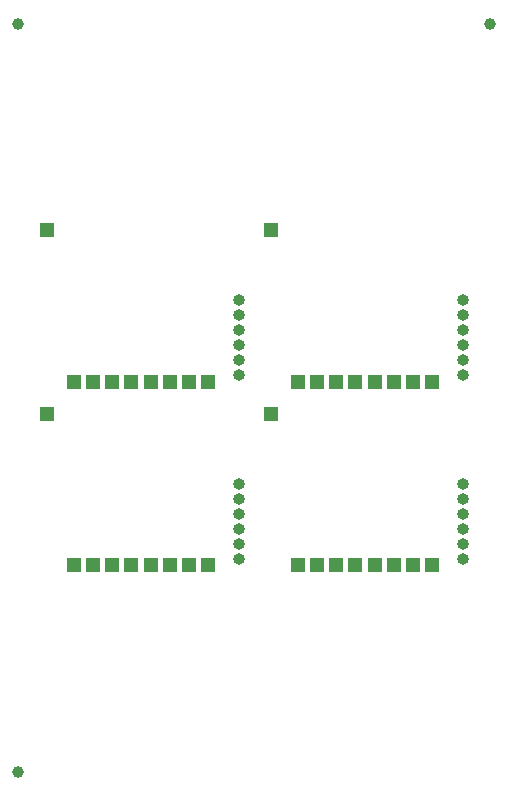
<source format=gbs>
G04 #@! TF.GenerationSoftware,KiCad,Pcbnew,7.0.2-6a45011f42~172~ubuntu22.04.1*
G04 #@! TF.CreationDate,2023-06-12T10:15:53+08:00*
G04 #@! TF.ProjectId,panel_2_2,70616e65-6c5f-4325-9f32-2e6b69636164,rev?*
G04 #@! TF.SameCoordinates,Original*
G04 #@! TF.FileFunction,Soldermask,Bot*
G04 #@! TF.FilePolarity,Negative*
%FSLAX46Y46*%
G04 Gerber Fmt 4.6, Leading zero omitted, Abs format (unit mm)*
G04 Created by KiCad (PCBNEW 7.0.2-6a45011f42~172~ubuntu22.04.1) date 2023-06-12 10:15:53*
%MOMM*%
%LPD*%
G01*
G04 APERTURE LIST*
%ADD10O,1.000000X1.000000*%
%ADD11R,1.200000X1.200000*%
%ADD12C,1.000000*%
G04 APERTURE END LIST*
D10*
G04 #@! TO.C,J8*
X52644248Y-42218121D03*
X52644248Y-43488121D03*
X52644248Y-44758121D03*
X52644248Y-46028121D03*
X52644248Y-47298121D03*
X52644248Y-48568121D03*
G04 #@! TD*
D11*
G04 #@! TO.C,J2*
X43570000Y-49150000D03*
G04 #@! TD*
G04 #@! TO.C,J1*
X17440000Y-20760000D03*
G04 #@! TD*
G04 #@! TO.C,J7*
X19717500Y-33590000D03*
G04 #@! TD*
G04 #@! TO.C,J6*
X21350000Y-49150000D03*
G04 #@! TD*
G04 #@! TO.C,J3*
X26227500Y-49150000D03*
G04 #@! TD*
D10*
G04 #@! TO.C,J8*
X33674248Y-26658121D03*
X33674248Y-27928121D03*
X33674248Y-29198121D03*
X33674248Y-30468121D03*
X33674248Y-31738121D03*
X33674248Y-33008121D03*
G04 #@! TD*
D11*
G04 #@! TO.C,J5*
X48452500Y-33590000D03*
G04 #@! TD*
G04 #@! TO.C,J7*
X19717500Y-49150000D03*
G04 #@! TD*
G04 #@! TO.C,J10*
X50080000Y-33590000D03*
G04 #@! TD*
G04 #@! TO.C,J1*
X17440000Y-36320000D03*
G04 #@! TD*
D10*
G04 #@! TO.C,J8*
X33674248Y-42218121D03*
X33674248Y-43488121D03*
X33674248Y-44758121D03*
X33674248Y-46028121D03*
X33674248Y-47298121D03*
X33674248Y-48568121D03*
G04 #@! TD*
D11*
G04 #@! TO.C,J10*
X50080000Y-49150000D03*
G04 #@! TD*
G04 #@! TO.C,J4*
X27855000Y-33590000D03*
G04 #@! TD*
G04 #@! TO.C,J2*
X24600000Y-33590000D03*
G04 #@! TD*
G04 #@! TO.C,J4*
X46825000Y-49150000D03*
G04 #@! TD*
G04 #@! TO.C,J1*
X36410000Y-36320000D03*
G04 #@! TD*
G04 #@! TO.C,J7*
X38687500Y-33590000D03*
G04 #@! TD*
G04 #@! TO.C,J3*
X26227500Y-33590000D03*
G04 #@! TD*
G04 #@! TO.C,J9*
X41942500Y-33590000D03*
G04 #@! TD*
G04 #@! TO.C,J9*
X41942500Y-49150000D03*
G04 #@! TD*
G04 #@! TO.C,J5*
X48452500Y-49150000D03*
G04 #@! TD*
G04 #@! TO.C,J2*
X24600000Y-49150000D03*
G04 #@! TD*
G04 #@! TO.C,J10*
X31110000Y-33590000D03*
G04 #@! TD*
G04 #@! TO.C,J6*
X40320000Y-33590000D03*
G04 #@! TD*
G04 #@! TO.C,J2*
X43570000Y-33590000D03*
G04 #@! TD*
G04 #@! TO.C,J1*
X36410000Y-20760000D03*
G04 #@! TD*
G04 #@! TO.C,J9*
X22972500Y-33590000D03*
G04 #@! TD*
G04 #@! TO.C,J5*
X29482500Y-33590000D03*
G04 #@! TD*
D10*
G04 #@! TO.C,J8*
X52644248Y-26658121D03*
X52644248Y-27928121D03*
X52644248Y-29198121D03*
X52644248Y-30468121D03*
X52644248Y-31738121D03*
X52644248Y-33008121D03*
G04 #@! TD*
D11*
G04 #@! TO.C,J9*
X22972500Y-49150000D03*
G04 #@! TD*
G04 #@! TO.C,J6*
X21350000Y-33590000D03*
G04 #@! TD*
G04 #@! TO.C,J4*
X46825000Y-33590000D03*
G04 #@! TD*
G04 #@! TO.C,J3*
X45197500Y-33590000D03*
G04 #@! TD*
G04 #@! TO.C,J4*
X27855000Y-49150000D03*
G04 #@! TD*
G04 #@! TO.C,J10*
X31110000Y-49150000D03*
G04 #@! TD*
G04 #@! TO.C,J6*
X40320000Y-49150000D03*
G04 #@! TD*
G04 #@! TO.C,J7*
X38687500Y-49150000D03*
G04 #@! TD*
G04 #@! TO.C,J5*
X29482500Y-49150000D03*
G04 #@! TD*
G04 #@! TO.C,J3*
X45197500Y-49150000D03*
G04 #@! TD*
D12*
G04 #@! TO.C,REF\u002A\u002A*
X55000000Y-3350000D03*
G04 #@! TD*
G04 #@! TO.C,REF\u002A\u002A*
X15000000Y-66650000D03*
G04 #@! TD*
G04 #@! TO.C,REF\u002A\u002A*
X15000000Y-3350000D03*
G04 #@! TD*
M02*

</source>
